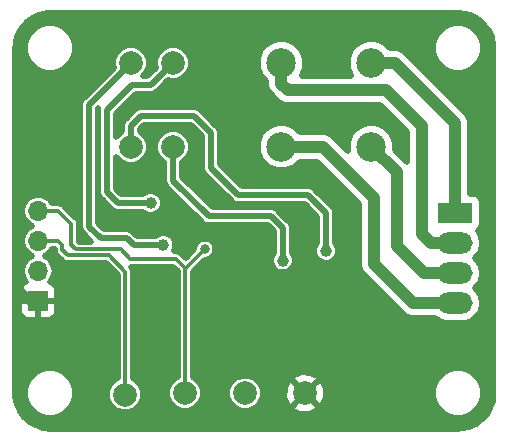
<source format=gbr>
G04 #@! TF.GenerationSoftware,KiCad,Pcbnew,5.0.0-fee4fd1~66~ubuntu18.04.1*
G04 #@! TF.CreationDate,2018-10-10T23:42:05+08:00*
G04 #@! TF.ProjectId,Solid State Relay Kit,536F6C69642053746174652052656C61,rev?*
G04 #@! TF.SameCoordinates,Original*
G04 #@! TF.FileFunction,Copper,L2,Bot,Signal*
G04 #@! TF.FilePolarity,Positive*
%FSLAX46Y46*%
G04 Gerber Fmt 4.6, Leading zero omitted, Abs format (unit mm)*
G04 Created by KiCad (PCBNEW 5.0.0-fee4fd1~66~ubuntu18.04.1) date Wed Oct 10 23:42:05 2018*
%MOMM*%
%LPD*%
G01*
G04 APERTURE LIST*
G04 #@! TA.AperFunction,ComponentPad*
%ADD10C,2.000000*%
G04 #@! TD*
G04 #@! TA.AperFunction,ComponentPad*
%ADD11O,3.000000X1.800000*%
G04 #@! TD*
G04 #@! TA.AperFunction,ComponentPad*
%ADD12R,3.000000X1.800000*%
G04 #@! TD*
G04 #@! TA.AperFunction,ComponentPad*
%ADD13R,1.700000X1.700000*%
G04 #@! TD*
G04 #@! TA.AperFunction,ComponentPad*
%ADD14O,1.700000X1.700000*%
G04 #@! TD*
G04 #@! TA.AperFunction,ComponentPad*
%ADD15C,2.500000*%
G04 #@! TD*
G04 #@! TA.AperFunction,ViaPad*
%ADD16C,1.000000*%
G04 #@! TD*
G04 #@! TA.AperFunction,ViaPad*
%ADD17C,0.800000*%
G04 #@! TD*
G04 #@! TA.AperFunction,Conductor*
%ADD18C,0.750000*%
G04 #@! TD*
G04 #@! TA.AperFunction,Conductor*
%ADD19C,0.300000*%
G04 #@! TD*
G04 #@! TA.AperFunction,Conductor*
%ADD20C,0.500000*%
G04 #@! TD*
G04 #@! TA.AperFunction,Conductor*
%ADD21C,1.000000*%
G04 #@! TD*
G04 APERTURE END LIST*
D10*
G04 #@! TO.P,SSR1,1*
G04 #@! TO.N,/SSR_CONTROL1*
X39370000Y-50897801D03*
G04 #@! TD*
G04 #@! TO.P,SSR2,1*
G04 #@! TO.N,/SSR_CONTROL2*
X44450000Y-50800000D03*
G04 #@! TD*
G04 #@! TO.P,5V1,1*
G04 #@! TO.N,+5V*
X49530000Y-50800000D03*
G04 #@! TD*
G04 #@! TO.P,GND1,1*
G04 #@! TO.N,GND*
X54610000Y-50800000D03*
G04 #@! TD*
D11*
G04 #@! TO.P,J2,4*
G04 #@! TO.N,/SSR2_OUT1*
X67310000Y-43180000D03*
D12*
G04 #@! TO.P,J2,1*
G04 #@! TO.N,/SSR1_OUT2*
X67310000Y-35560000D03*
D11*
G04 #@! TO.P,J2,2*
G04 #@! TO.N,/SSR1_OUT1*
X67310000Y-38100000D03*
G04 #@! TO.P,J2,3*
G04 #@! TO.N,/SSR2_OUT2*
X67310000Y-40640000D03*
G04 #@! TD*
D13*
G04 #@! TO.P,J1,1*
G04 #@! TO.N,GND*
X32004000Y-42962400D03*
D14*
G04 #@! TO.P,J1,2*
G04 #@! TO.N,+5V*
X32004000Y-40422400D03*
G04 #@! TO.P,J1,3*
G04 #@! TO.N,/SSR_CONTROL1*
X32004000Y-37882400D03*
G04 #@! TO.P,J1,4*
G04 #@! TO.N,/SSR_CONTROL2*
X32004000Y-35342400D03*
G04 #@! TD*
D10*
G04 #@! TO.P,U2,3*
G04 #@! TO.N,/SSR2_IN2*
X43428000Y-29928000D03*
D15*
G04 #@! TO.P,U2,1*
G04 #@! TO.N,/SSR2_OUT2*
X60198000Y-29928000D03*
D10*
G04 #@! TO.P,U2,4*
G04 #@! TO.N,/SSR2_IN1*
X39878000Y-29928000D03*
D15*
G04 #@! TO.P,U2,2*
G04 #@! TO.N,/SSR2_OUT1*
X52578000Y-29928000D03*
G04 #@! TD*
G04 #@! TO.P,U1,2*
G04 #@! TO.N,/SSR1_OUT1*
X52578000Y-22816000D03*
D10*
G04 #@! TO.P,U1,4*
G04 #@! TO.N,/SSR1_IN1*
X39878000Y-22816000D03*
D15*
G04 #@! TO.P,U1,1*
G04 #@! TO.N,/SSR1_OUT2*
X60198000Y-22816000D03*
D10*
G04 #@! TO.P,U1,3*
G04 #@! TO.N,/SSR1_IN2*
X43428000Y-22816000D03*
G04 #@! TD*
D16*
G04 #@! TO.N,GND*
X40894000Y-48260000D03*
X34861500Y-33083500D03*
X45974000Y-40792400D03*
X40741600Y-43637200D03*
D17*
G04 #@! TO.N,/SSR_CONTROL2*
X46101000Y-38608000D03*
D16*
G04 #@! TO.N,/SSR2_IN2*
X52705000Y-39560500D03*
G04 #@! TO.N,/SSR2_IN1*
X56388000Y-38735000D03*
G04 #@! TO.N,/SSR1_IN1*
X42608500Y-38252400D03*
G04 #@! TO.N,/SSR1_IN2*
X41529000Y-34671000D03*
G04 #@! TD*
D18*
G04 #@! TO.N,GND*
X32004000Y-42962400D02*
X31278400Y-42962400D01*
X31278400Y-42962400D02*
X30226000Y-41910000D01*
X31242000Y-33020000D02*
X30226000Y-34036000D01*
X30226000Y-41910000D02*
X30226000Y-34036000D01*
X35052000Y-33020000D02*
X31242000Y-33020000D01*
D19*
G04 #@! TO.N,/SSR_CONTROL2*
X44450000Y-47244000D02*
X44450000Y-50800000D01*
X44450000Y-40259000D02*
X46101000Y-38608000D01*
X44450000Y-41186100D02*
X44450000Y-40259000D01*
X44450000Y-41186100D02*
X44450000Y-47244000D01*
X33691400Y-35342400D02*
X32004000Y-35342400D01*
X34798000Y-36449000D02*
X33691400Y-35342400D01*
X44450000Y-41186100D02*
X44450000Y-40195500D01*
X34798000Y-38227000D02*
X34798000Y-36449000D01*
X44450000Y-40195500D02*
X43662600Y-39408100D01*
X39814500Y-39408100D02*
X39014400Y-38608000D01*
X43662600Y-39408100D02*
X39814500Y-39408100D01*
X35179000Y-38608000D02*
X34798000Y-38227000D01*
X39014400Y-38608000D02*
X35179000Y-38608000D01*
G04 #@! TO.N,/SSR_CONTROL1*
X34036000Y-38658800D02*
X34036000Y-38227000D01*
X34493200Y-39116000D02*
X34036000Y-38658800D01*
X34036000Y-38227000D02*
X33691400Y-37882400D01*
X37973000Y-39116000D02*
X37490400Y-39116000D01*
X39370000Y-50897801D02*
X39370000Y-40513000D01*
X33691400Y-37882400D02*
X32004000Y-37882400D01*
X39370000Y-40513000D02*
X37973000Y-39116000D01*
X37490400Y-39116000D02*
X34493200Y-39116000D01*
D20*
G04 #@! TO.N,/SSR2_IN2*
X46449390Y-35814000D02*
X51752500Y-35814000D01*
X51752500Y-35814000D02*
X52705000Y-36766500D01*
X43428000Y-29928000D02*
X43428000Y-32792610D01*
X52705000Y-36766500D02*
X52705000Y-39560500D01*
X43428000Y-32792610D02*
X46449390Y-35814000D01*
D21*
G04 #@! TO.N,/SSR2_OUT1*
X60452000Y-39878000D02*
X63754000Y-43180000D01*
X63754000Y-43180000D02*
X67310000Y-43180000D01*
X60452000Y-34290000D02*
X60452000Y-39878000D01*
X56090000Y-29928000D02*
X60452000Y-34290000D01*
X52578000Y-29928000D02*
X56090000Y-29928000D01*
D20*
G04 #@! TO.N,/SSR2_IN1*
X54864000Y-34036000D02*
X56388000Y-35560000D01*
X48958500Y-34036000D02*
X54864000Y-34036000D01*
X39878000Y-28130500D02*
X40684000Y-27324500D01*
X39878000Y-29928000D02*
X39878000Y-28130500D01*
X40684000Y-27324500D02*
X45212000Y-27324500D01*
X56388000Y-35560000D02*
X56388000Y-38735000D01*
X45212000Y-27324500D02*
X46609000Y-28721500D01*
X46609000Y-28721500D02*
X46609000Y-31686500D01*
X46609000Y-31686500D02*
X48958500Y-34036000D01*
D21*
G04 #@! TO.N,/SSR2_OUT2*
X62357000Y-38354000D02*
X64643000Y-40640000D01*
X64643000Y-40640000D02*
X67310000Y-40640000D01*
X62357000Y-32087000D02*
X62357000Y-38354000D01*
X60198000Y-29928000D02*
X62357000Y-32087000D01*
G04 #@! TO.N,/SSR1_OUT1*
X64516000Y-37338000D02*
X65278000Y-38100000D01*
X65278000Y-38100000D02*
X67310000Y-38100000D01*
X64516000Y-28194000D02*
X64516000Y-37338000D01*
X61468000Y-25146000D02*
X64516000Y-28194000D01*
X53140234Y-25146000D02*
X61468000Y-25146000D01*
X52578000Y-22816000D02*
X52578000Y-24583766D01*
X52578000Y-24583766D02*
X53140234Y-25146000D01*
D20*
G04 #@! TO.N,/SSR1_IN1*
X40071246Y-38252400D02*
X42608500Y-38252400D01*
X36322000Y-26372000D02*
X36322000Y-36711925D01*
X36322000Y-36711925D02*
X37287200Y-37677125D01*
X39878000Y-22816000D02*
X36322000Y-26372000D01*
X39495971Y-37677125D02*
X40071246Y-38252400D01*
X37287200Y-37677125D02*
X39495971Y-37677125D01*
D21*
G04 #@! TO.N,/SSR1_OUT2*
X67310000Y-27940000D02*
X67310000Y-35560000D01*
X62186000Y-22816000D02*
X67310000Y-27940000D01*
X60198000Y-22816000D02*
X62186000Y-22816000D01*
D20*
G04 #@! TO.N,/SSR1_IN2*
X41555200Y-24688800D02*
X43428000Y-22816000D01*
X39954200Y-24688800D02*
X41555200Y-24688800D01*
X37846000Y-26797000D02*
X39954200Y-24688800D01*
X37846000Y-33782000D02*
X37846000Y-26797000D01*
X41529000Y-34671000D02*
X38735000Y-34671000D01*
X38735000Y-34671000D02*
X37846000Y-33782000D01*
G04 #@! TD*
G04 #@! TO.N,GND*
G36*
X68182288Y-18681174D02*
X68773559Y-18873289D01*
X69311962Y-19184137D01*
X69773970Y-19600130D01*
X70139395Y-20103095D01*
X70392263Y-20671046D01*
X70524698Y-21294100D01*
X70541000Y-21605171D01*
X70541001Y-50769649D01*
X70472826Y-51418288D01*
X70280711Y-52009560D01*
X69969864Y-52547960D01*
X69553869Y-53009970D01*
X69050905Y-53375395D01*
X68482954Y-53628263D01*
X67859900Y-53760698D01*
X67548829Y-53777000D01*
X33050341Y-53777000D01*
X32401712Y-53708826D01*
X31810440Y-53516711D01*
X31272040Y-53205864D01*
X30810030Y-52789869D01*
X30444605Y-52286905D01*
X30191737Y-51718954D01*
X30059302Y-51095900D01*
X30043000Y-50784829D01*
X30043000Y-50381488D01*
X30916000Y-50381488D01*
X30916000Y-51218512D01*
X31236315Y-51991820D01*
X31828180Y-52583685D01*
X32601488Y-52904000D01*
X33438512Y-52904000D01*
X34211820Y-52583685D01*
X34803685Y-51991820D01*
X35124000Y-51218512D01*
X35124000Y-50381488D01*
X34803685Y-49608180D01*
X34211820Y-49016315D01*
X33438512Y-48696000D01*
X32601488Y-48696000D01*
X31828180Y-49016315D01*
X31236315Y-49608180D01*
X30916000Y-50381488D01*
X30043000Y-50381488D01*
X30043000Y-43155900D01*
X30396000Y-43155900D01*
X30396000Y-43963175D01*
X30511398Y-44241772D01*
X30724627Y-44455001D01*
X31003224Y-44570400D01*
X31810500Y-44570400D01*
X32000000Y-44380900D01*
X32000000Y-42966400D01*
X32008000Y-42966400D01*
X32008000Y-44380900D01*
X32197500Y-44570400D01*
X33004776Y-44570400D01*
X33283373Y-44455001D01*
X33496602Y-44241772D01*
X33612000Y-43963175D01*
X33612000Y-43155900D01*
X33422500Y-42966400D01*
X32008000Y-42966400D01*
X32000000Y-42966400D01*
X30585500Y-42966400D01*
X30396000Y-43155900D01*
X30043000Y-43155900D01*
X30043000Y-41961625D01*
X30396000Y-41961625D01*
X30396000Y-42768900D01*
X30585500Y-42958400D01*
X32000000Y-42958400D01*
X32000000Y-42938400D01*
X32008000Y-42938400D01*
X32008000Y-42958400D01*
X33422500Y-42958400D01*
X33612000Y-42768900D01*
X33612000Y-41961625D01*
X33496602Y-41683028D01*
X33283373Y-41469799D01*
X33008631Y-41355997D01*
X33279440Y-40950704D01*
X33384526Y-40422400D01*
X33279440Y-39894096D01*
X32980179Y-39446221D01*
X32540446Y-39152400D01*
X32980179Y-38858579D01*
X33195452Y-38536400D01*
X33382000Y-38536400D01*
X33382000Y-38594394D01*
X33369189Y-38658800D01*
X33382000Y-38723206D01*
X33382000Y-38723209D01*
X33419946Y-38913977D01*
X33564493Y-39130307D01*
X33619098Y-39166793D01*
X33985209Y-39532904D01*
X34021693Y-39587507D01*
X34076295Y-39623991D01*
X34076296Y-39623992D01*
X34135090Y-39663277D01*
X34238022Y-39732054D01*
X34428790Y-39770000D01*
X34428794Y-39770000D01*
X34493199Y-39782811D01*
X34557604Y-39770000D01*
X37702105Y-39770000D01*
X38716001Y-40783897D01*
X38716000Y-49540778D01*
X38518052Y-49622771D01*
X38094970Y-50045853D01*
X37866000Y-50598637D01*
X37866000Y-51196965D01*
X38094970Y-51749749D01*
X38518052Y-52172831D01*
X39070836Y-52401801D01*
X39669164Y-52401801D01*
X40221948Y-52172831D01*
X40645030Y-51749749D01*
X40874000Y-51196965D01*
X40874000Y-50598637D01*
X40645030Y-50045853D01*
X40221948Y-49622771D01*
X40024000Y-49540778D01*
X40024000Y-40577404D01*
X40036811Y-40512999D01*
X40024000Y-40448594D01*
X40024000Y-40448590D01*
X39986054Y-40257822D01*
X39928810Y-40172150D01*
X39877992Y-40096096D01*
X39877991Y-40096095D01*
X39858048Y-40066249D01*
X39878904Y-40062100D01*
X43391705Y-40062100D01*
X43796001Y-40466396D01*
X43796000Y-41121690D01*
X43796000Y-41121691D01*
X43796001Y-47179586D01*
X43796000Y-47179591D01*
X43796001Y-49442977D01*
X43598052Y-49524970D01*
X43174970Y-49948052D01*
X42946000Y-50500836D01*
X42946000Y-51099164D01*
X43174970Y-51651948D01*
X43598052Y-52075030D01*
X44150836Y-52304000D01*
X44749164Y-52304000D01*
X45301948Y-52075030D01*
X45725030Y-51651948D01*
X45954000Y-51099164D01*
X45954000Y-50500836D01*
X48026000Y-50500836D01*
X48026000Y-51099164D01*
X48254970Y-51651948D01*
X48678052Y-52075030D01*
X49230836Y-52304000D01*
X49829164Y-52304000D01*
X50381948Y-52075030D01*
X50520703Y-51936275D01*
X53479382Y-51936275D01*
X53559669Y-52252463D01*
X54195454Y-52543845D01*
X54894350Y-52569743D01*
X55549956Y-52326213D01*
X55660331Y-52252463D01*
X55740618Y-51936275D01*
X54610000Y-50805657D01*
X53479382Y-51936275D01*
X50520703Y-51936275D01*
X50805030Y-51651948D01*
X51034000Y-51099164D01*
X51034000Y-51084350D01*
X52840257Y-51084350D01*
X53083787Y-51739956D01*
X53157537Y-51850331D01*
X53473725Y-51930618D01*
X54604343Y-50800000D01*
X54615657Y-50800000D01*
X55746275Y-51930618D01*
X56062463Y-51850331D01*
X56353845Y-51214546D01*
X56379743Y-50515650D01*
X56329908Y-50381488D01*
X65460000Y-50381488D01*
X65460000Y-51218512D01*
X65780315Y-51991820D01*
X66372180Y-52583685D01*
X67145488Y-52904000D01*
X67982512Y-52904000D01*
X68755820Y-52583685D01*
X69347685Y-51991820D01*
X69668000Y-51218512D01*
X69668000Y-50381488D01*
X69347685Y-49608180D01*
X68755820Y-49016315D01*
X67982512Y-48696000D01*
X67145488Y-48696000D01*
X66372180Y-49016315D01*
X65780315Y-49608180D01*
X65460000Y-50381488D01*
X56329908Y-50381488D01*
X56136213Y-49860044D01*
X56062463Y-49749669D01*
X55746275Y-49669382D01*
X54615657Y-50800000D01*
X54604343Y-50800000D01*
X53473725Y-49669382D01*
X53157537Y-49749669D01*
X52866155Y-50385454D01*
X52840257Y-51084350D01*
X51034000Y-51084350D01*
X51034000Y-50500836D01*
X50805030Y-49948052D01*
X50520703Y-49663725D01*
X53479382Y-49663725D01*
X54610000Y-50794343D01*
X55740618Y-49663725D01*
X55660331Y-49347537D01*
X55024546Y-49056155D01*
X54325650Y-49030257D01*
X53670044Y-49273787D01*
X53559669Y-49347537D01*
X53479382Y-49663725D01*
X50520703Y-49663725D01*
X50381948Y-49524970D01*
X49829164Y-49296000D01*
X49230836Y-49296000D01*
X48678052Y-49524970D01*
X48254970Y-49948052D01*
X48026000Y-50500836D01*
X45954000Y-50500836D01*
X45725030Y-49948052D01*
X45301948Y-49524970D01*
X45104000Y-49442977D01*
X45104000Y-40529895D01*
X46121895Y-39512000D01*
X46280817Y-39512000D01*
X46613075Y-39374374D01*
X46867374Y-39120075D01*
X47005000Y-38787817D01*
X47005000Y-38428183D01*
X46867374Y-38095925D01*
X46613075Y-37841626D01*
X46280817Y-37704000D01*
X45921183Y-37704000D01*
X45588925Y-37841626D01*
X45334626Y-38095925D01*
X45197000Y-38428183D01*
X45197000Y-38587105D01*
X44481750Y-39302355D01*
X44170593Y-38991198D01*
X44134107Y-38936593D01*
X43917778Y-38792046D01*
X43727010Y-38754100D01*
X43727006Y-38754100D01*
X43662600Y-38741289D01*
X43598194Y-38754100D01*
X43487411Y-38754100D01*
X43612500Y-38452108D01*
X43612500Y-38052692D01*
X43459650Y-37683679D01*
X43177221Y-37401250D01*
X42808208Y-37248400D01*
X42408792Y-37248400D01*
X42039779Y-37401250D01*
X41942629Y-37498400D01*
X40383563Y-37498400D01*
X40081640Y-37196478D01*
X40039574Y-37133522D01*
X39790167Y-36966873D01*
X39570230Y-36923125D01*
X39570225Y-36923125D01*
X39495971Y-36908355D01*
X39421717Y-36923125D01*
X37599517Y-36923125D01*
X37076000Y-36399609D01*
X37076000Y-26684316D01*
X37105515Y-26654801D01*
X37077230Y-26797000D01*
X37092001Y-26871259D01*
X37092000Y-33707746D01*
X37077230Y-33782000D01*
X37092000Y-33856254D01*
X37092000Y-33856258D01*
X37135748Y-34076195D01*
X37302397Y-34325603D01*
X37365353Y-34367669D01*
X38149333Y-35151650D01*
X38191397Y-35214603D01*
X38440804Y-35381252D01*
X38660741Y-35425000D01*
X38660745Y-35425000D01*
X38735000Y-35439770D01*
X38809255Y-35425000D01*
X40863129Y-35425000D01*
X40960279Y-35522150D01*
X41329292Y-35675000D01*
X41728708Y-35675000D01*
X42097721Y-35522150D01*
X42380150Y-35239721D01*
X42533000Y-34870708D01*
X42533000Y-34471292D01*
X42380150Y-34102279D01*
X42097721Y-33819850D01*
X41728708Y-33667000D01*
X41329292Y-33667000D01*
X40960279Y-33819850D01*
X40863129Y-33917000D01*
X39047317Y-33917000D01*
X38600000Y-33469684D01*
X38600000Y-30772778D01*
X38602970Y-30779948D01*
X39026052Y-31203030D01*
X39578836Y-31432000D01*
X40177164Y-31432000D01*
X40729948Y-31203030D01*
X41153030Y-30779948D01*
X41382000Y-30227164D01*
X41382000Y-29628836D01*
X41924000Y-29628836D01*
X41924000Y-30227164D01*
X42152970Y-30779948D01*
X42576052Y-31203030D01*
X42674000Y-31243601D01*
X42674001Y-32718351D01*
X42659230Y-32792610D01*
X42674001Y-32866869D01*
X42717749Y-33086806D01*
X42884398Y-33336213D01*
X42947351Y-33378277D01*
X45863722Y-36294649D01*
X45905787Y-36357603D01*
X46155194Y-36524252D01*
X46375131Y-36568000D01*
X46375135Y-36568000D01*
X46449390Y-36582770D01*
X46523645Y-36568000D01*
X51440184Y-36568000D01*
X51951000Y-37078817D01*
X51951001Y-38894628D01*
X51853850Y-38991779D01*
X51701000Y-39360792D01*
X51701000Y-39760208D01*
X51853850Y-40129221D01*
X52136279Y-40411650D01*
X52505292Y-40564500D01*
X52904708Y-40564500D01*
X53273721Y-40411650D01*
X53556150Y-40129221D01*
X53709000Y-39760208D01*
X53709000Y-39360792D01*
X53556150Y-38991779D01*
X53459000Y-38894629D01*
X53459000Y-36840753D01*
X53473770Y-36766499D01*
X53459000Y-36692245D01*
X53459000Y-36692241D01*
X53415252Y-36472304D01*
X53248603Y-36222897D01*
X53185650Y-36180833D01*
X52338169Y-35333353D01*
X52296103Y-35270397D01*
X52046696Y-35103748D01*
X51826759Y-35060000D01*
X51826754Y-35060000D01*
X51752500Y-35045230D01*
X51678246Y-35060000D01*
X46761707Y-35060000D01*
X44182000Y-32480294D01*
X44182000Y-31243601D01*
X44279948Y-31203030D01*
X44703030Y-30779948D01*
X44932000Y-30227164D01*
X44932000Y-29628836D01*
X44703030Y-29076052D01*
X44279948Y-28652970D01*
X43727164Y-28424000D01*
X43128836Y-28424000D01*
X42576052Y-28652970D01*
X42152970Y-29076052D01*
X41924000Y-29628836D01*
X41382000Y-29628836D01*
X41153030Y-29076052D01*
X40729948Y-28652970D01*
X40632000Y-28612399D01*
X40632000Y-28442816D01*
X40996317Y-28078500D01*
X44899684Y-28078500D01*
X45855000Y-29033817D01*
X45855001Y-31612241D01*
X45840230Y-31686500D01*
X45898749Y-31980696D01*
X45969779Y-32086999D01*
X46065398Y-32230103D01*
X46128351Y-32272167D01*
X48372832Y-34516649D01*
X48414897Y-34579603D01*
X48664304Y-34746252D01*
X48884241Y-34790000D01*
X48884245Y-34790000D01*
X48958500Y-34804770D01*
X49032755Y-34790000D01*
X54551684Y-34790000D01*
X55634000Y-35872317D01*
X55634001Y-38069128D01*
X55536850Y-38166279D01*
X55384000Y-38535292D01*
X55384000Y-38934708D01*
X55536850Y-39303721D01*
X55819279Y-39586150D01*
X56188292Y-39739000D01*
X56587708Y-39739000D01*
X56956721Y-39586150D01*
X57239150Y-39303721D01*
X57392000Y-38934708D01*
X57392000Y-38535292D01*
X57239150Y-38166279D01*
X57142000Y-38069129D01*
X57142000Y-35634253D01*
X57156770Y-35559999D01*
X57142000Y-35485745D01*
X57142000Y-35485741D01*
X57098252Y-35265804D01*
X56931603Y-35016397D01*
X56868650Y-34974333D01*
X55449669Y-33555353D01*
X55407603Y-33492397D01*
X55158196Y-33325748D01*
X54938259Y-33282000D01*
X54938254Y-33282000D01*
X54864000Y-33267230D01*
X54789746Y-33282000D01*
X49270817Y-33282000D01*
X47363000Y-31374184D01*
X47363000Y-28795753D01*
X47377770Y-28721499D01*
X47363000Y-28647245D01*
X47363000Y-28647241D01*
X47319252Y-28427304D01*
X47152603Y-28177897D01*
X47089650Y-28135833D01*
X45797669Y-26843853D01*
X45755603Y-26780897D01*
X45506196Y-26614248D01*
X45286259Y-26570500D01*
X45286254Y-26570500D01*
X45212000Y-26555730D01*
X45137746Y-26570500D01*
X40758253Y-26570500D01*
X40683999Y-26555730D01*
X40609745Y-26570500D01*
X40609741Y-26570500D01*
X40389804Y-26614248D01*
X40140397Y-26780897D01*
X40098333Y-26843850D01*
X39397351Y-27544833D01*
X39334398Y-27586897D01*
X39292334Y-27649850D01*
X39292333Y-27649851D01*
X39167749Y-27836304D01*
X39109230Y-28130500D01*
X39124001Y-28204759D01*
X39124001Y-28612398D01*
X39026052Y-28652970D01*
X38602970Y-29076052D01*
X38600000Y-29083222D01*
X38600000Y-27109316D01*
X40266517Y-25442800D01*
X41480946Y-25442800D01*
X41555200Y-25457570D01*
X41629454Y-25442800D01*
X41629459Y-25442800D01*
X41849396Y-25399052D01*
X42098803Y-25232403D01*
X42140869Y-25169447D01*
X43030888Y-24279429D01*
X43128836Y-24320000D01*
X43727164Y-24320000D01*
X44279948Y-24091030D01*
X44703030Y-23667948D01*
X44932000Y-23115164D01*
X44932000Y-22516836D01*
X44891134Y-22418175D01*
X50578000Y-22418175D01*
X50578000Y-23213825D01*
X50882482Y-23948909D01*
X51328000Y-24394427D01*
X51328000Y-24460662D01*
X51303513Y-24583766D01*
X51328000Y-24706870D01*
X51328000Y-24706875D01*
X51400528Y-25071491D01*
X51676802Y-25484965D01*
X51781168Y-25554700D01*
X52169298Y-25942830D01*
X52239035Y-26047199D01*
X52652509Y-26323473D01*
X53017125Y-26396000D01*
X53017130Y-26396000D01*
X53140234Y-26420487D01*
X53263338Y-26396000D01*
X60950234Y-26396000D01*
X63266000Y-28711767D01*
X63266000Y-31197477D01*
X63258199Y-31185801D01*
X63153833Y-31116066D01*
X62198000Y-30160233D01*
X62198000Y-29530175D01*
X61893518Y-28795091D01*
X61330909Y-28232482D01*
X60595825Y-27928000D01*
X59800175Y-27928000D01*
X59065091Y-28232482D01*
X58502482Y-28795091D01*
X58198000Y-29530175D01*
X58198000Y-30268234D01*
X57060936Y-29131170D01*
X56991199Y-29026801D01*
X56577725Y-28750527D01*
X56213109Y-28678000D01*
X56213104Y-28678000D01*
X56090000Y-28653513D01*
X55966896Y-28678000D01*
X54156427Y-28678000D01*
X53710909Y-28232482D01*
X52975825Y-27928000D01*
X52180175Y-27928000D01*
X51445091Y-28232482D01*
X50882482Y-28795091D01*
X50578000Y-29530175D01*
X50578000Y-30325825D01*
X50882482Y-31060909D01*
X51445091Y-31623518D01*
X52180175Y-31928000D01*
X52975825Y-31928000D01*
X53710909Y-31623518D01*
X54156427Y-31178000D01*
X55572234Y-31178000D01*
X59202000Y-34807766D01*
X59202001Y-39754891D01*
X59177513Y-39878000D01*
X59274528Y-40365725D01*
X59457792Y-40639999D01*
X59550802Y-40779199D01*
X59655168Y-40848934D01*
X62783066Y-43976833D01*
X62852801Y-44081199D01*
X63266275Y-44357473D01*
X63630891Y-44430000D01*
X63630895Y-44430000D01*
X63753999Y-44454487D01*
X63877103Y-44430000D01*
X65610837Y-44430000D01*
X66066202Y-44734266D01*
X66547491Y-44830000D01*
X68072509Y-44830000D01*
X68553798Y-44734266D01*
X69099583Y-44369583D01*
X69464266Y-43823798D01*
X69592325Y-43180000D01*
X69464266Y-42536202D01*
X69099583Y-41990417D01*
X68979231Y-41910000D01*
X69099583Y-41829583D01*
X69464266Y-41283798D01*
X69592325Y-40640000D01*
X69464266Y-39996202D01*
X69099583Y-39450417D01*
X68979231Y-39370000D01*
X69099583Y-39289583D01*
X69464266Y-38743798D01*
X69592325Y-38100000D01*
X69464266Y-37456202D01*
X69218813Y-37088857D01*
X69350720Y-37000720D01*
X69516484Y-36752635D01*
X69574693Y-36460000D01*
X69574693Y-34660000D01*
X69516484Y-34367365D01*
X69350720Y-34119280D01*
X69102635Y-33953516D01*
X68810000Y-33895307D01*
X68560000Y-33895307D01*
X68560000Y-28063103D01*
X68584487Y-27939999D01*
X68560000Y-27816895D01*
X68560000Y-27816891D01*
X68487473Y-27452275D01*
X68211199Y-27038801D01*
X68106833Y-26969066D01*
X63156936Y-22019170D01*
X63087199Y-21914801D01*
X62673725Y-21638527D01*
X62309109Y-21566000D01*
X62309104Y-21566000D01*
X62186000Y-21541513D01*
X62062896Y-21566000D01*
X61776427Y-21566000D01*
X61381915Y-21171488D01*
X65460000Y-21171488D01*
X65460000Y-22008512D01*
X65780315Y-22781820D01*
X66372180Y-23373685D01*
X67145488Y-23694000D01*
X67982512Y-23694000D01*
X68755820Y-23373685D01*
X69347685Y-22781820D01*
X69668000Y-22008512D01*
X69668000Y-21171488D01*
X69347685Y-20398180D01*
X68755820Y-19806315D01*
X67982512Y-19486000D01*
X67145488Y-19486000D01*
X66372180Y-19806315D01*
X65780315Y-20398180D01*
X65460000Y-21171488D01*
X61381915Y-21171488D01*
X61330909Y-21120482D01*
X60595825Y-20816000D01*
X59800175Y-20816000D01*
X59065091Y-21120482D01*
X58502482Y-21683091D01*
X58198000Y-22418175D01*
X58198000Y-23213825D01*
X58480566Y-23896000D01*
X54295434Y-23896000D01*
X54578000Y-23213825D01*
X54578000Y-22418175D01*
X54273518Y-21683091D01*
X53710909Y-21120482D01*
X52975825Y-20816000D01*
X52180175Y-20816000D01*
X51445091Y-21120482D01*
X50882482Y-21683091D01*
X50578000Y-22418175D01*
X44891134Y-22418175D01*
X44703030Y-21964052D01*
X44279948Y-21540970D01*
X43727164Y-21312000D01*
X43128836Y-21312000D01*
X42576052Y-21540970D01*
X42152970Y-21964052D01*
X41924000Y-22516836D01*
X41924000Y-23115164D01*
X41964571Y-23213112D01*
X41242884Y-23934800D01*
X40886178Y-23934800D01*
X41153030Y-23667948D01*
X41382000Y-23115164D01*
X41382000Y-22516836D01*
X41153030Y-21964052D01*
X40729948Y-21540970D01*
X40177164Y-21312000D01*
X39578836Y-21312000D01*
X39026052Y-21540970D01*
X38602970Y-21964052D01*
X38374000Y-22516836D01*
X38374000Y-23115164D01*
X38414571Y-23213112D01*
X35841353Y-25786331D01*
X35778397Y-25828397D01*
X35611748Y-26077805D01*
X35568000Y-26297742D01*
X35568000Y-26297746D01*
X35553230Y-26372000D01*
X35568000Y-26446254D01*
X35568001Y-36637666D01*
X35553230Y-36711925D01*
X35611749Y-37006121D01*
X35725612Y-37176528D01*
X35778398Y-37255528D01*
X35841351Y-37297592D01*
X36497758Y-37954000D01*
X35452000Y-37954000D01*
X35452000Y-36513407D01*
X35464811Y-36449000D01*
X35452000Y-36384593D01*
X35452000Y-36384590D01*
X35414054Y-36193822D01*
X35269507Y-35977493D01*
X35214902Y-35941007D01*
X34199393Y-34925498D01*
X34162907Y-34870893D01*
X33946578Y-34726346D01*
X33755810Y-34688400D01*
X33755806Y-34688400D01*
X33691400Y-34675589D01*
X33626994Y-34688400D01*
X33195452Y-34688400D01*
X32980179Y-34366221D01*
X32532304Y-34066960D01*
X32137355Y-33988400D01*
X31870645Y-33988400D01*
X31475696Y-34066960D01*
X31027821Y-34366221D01*
X30728560Y-34814096D01*
X30623474Y-35342400D01*
X30728560Y-35870704D01*
X31027821Y-36318579D01*
X31467554Y-36612400D01*
X31027821Y-36906221D01*
X30728560Y-37354096D01*
X30623474Y-37882400D01*
X30728560Y-38410704D01*
X31027821Y-38858579D01*
X31467554Y-39152400D01*
X31027821Y-39446221D01*
X30728560Y-39894096D01*
X30623474Y-40422400D01*
X30728560Y-40950704D01*
X30999369Y-41355997D01*
X30724627Y-41469799D01*
X30511398Y-41683028D01*
X30396000Y-41961625D01*
X30043000Y-41961625D01*
X30043000Y-21620342D01*
X30090176Y-21171488D01*
X30916000Y-21171488D01*
X30916000Y-22008512D01*
X31236315Y-22781820D01*
X31828180Y-23373685D01*
X32601488Y-23694000D01*
X33438512Y-23694000D01*
X34211820Y-23373685D01*
X34803685Y-22781820D01*
X35124000Y-22008512D01*
X35124000Y-21171488D01*
X34803685Y-20398180D01*
X34211820Y-19806315D01*
X33438512Y-19486000D01*
X32601488Y-19486000D01*
X31828180Y-19806315D01*
X31236315Y-20398180D01*
X30916000Y-21171488D01*
X30090176Y-21171488D01*
X30111174Y-20971712D01*
X30303289Y-20380441D01*
X30614137Y-19842038D01*
X31030130Y-19380030D01*
X31533095Y-19014605D01*
X32101046Y-18761737D01*
X32724100Y-18629302D01*
X33035171Y-18613000D01*
X67533658Y-18613000D01*
X68182288Y-18681174D01*
X68182288Y-18681174D01*
G37*
X68182288Y-18681174D02*
X68773559Y-18873289D01*
X69311962Y-19184137D01*
X69773970Y-19600130D01*
X70139395Y-20103095D01*
X70392263Y-20671046D01*
X70524698Y-21294100D01*
X70541000Y-21605171D01*
X70541001Y-50769649D01*
X70472826Y-51418288D01*
X70280711Y-52009560D01*
X69969864Y-52547960D01*
X69553869Y-53009970D01*
X69050905Y-53375395D01*
X68482954Y-53628263D01*
X67859900Y-53760698D01*
X67548829Y-53777000D01*
X33050341Y-53777000D01*
X32401712Y-53708826D01*
X31810440Y-53516711D01*
X31272040Y-53205864D01*
X30810030Y-52789869D01*
X30444605Y-52286905D01*
X30191737Y-51718954D01*
X30059302Y-51095900D01*
X30043000Y-50784829D01*
X30043000Y-50381488D01*
X30916000Y-50381488D01*
X30916000Y-51218512D01*
X31236315Y-51991820D01*
X31828180Y-52583685D01*
X32601488Y-52904000D01*
X33438512Y-52904000D01*
X34211820Y-52583685D01*
X34803685Y-51991820D01*
X35124000Y-51218512D01*
X35124000Y-50381488D01*
X34803685Y-49608180D01*
X34211820Y-49016315D01*
X33438512Y-48696000D01*
X32601488Y-48696000D01*
X31828180Y-49016315D01*
X31236315Y-49608180D01*
X30916000Y-50381488D01*
X30043000Y-50381488D01*
X30043000Y-43155900D01*
X30396000Y-43155900D01*
X30396000Y-43963175D01*
X30511398Y-44241772D01*
X30724627Y-44455001D01*
X31003224Y-44570400D01*
X31810500Y-44570400D01*
X32000000Y-44380900D01*
X32000000Y-42966400D01*
X32008000Y-42966400D01*
X32008000Y-44380900D01*
X32197500Y-44570400D01*
X33004776Y-44570400D01*
X33283373Y-44455001D01*
X33496602Y-44241772D01*
X33612000Y-43963175D01*
X33612000Y-43155900D01*
X33422500Y-42966400D01*
X32008000Y-42966400D01*
X32000000Y-42966400D01*
X30585500Y-42966400D01*
X30396000Y-43155900D01*
X30043000Y-43155900D01*
X30043000Y-41961625D01*
X30396000Y-41961625D01*
X30396000Y-42768900D01*
X30585500Y-42958400D01*
X32000000Y-42958400D01*
X32000000Y-42938400D01*
X32008000Y-42938400D01*
X32008000Y-42958400D01*
X33422500Y-42958400D01*
X33612000Y-42768900D01*
X33612000Y-41961625D01*
X33496602Y-41683028D01*
X33283373Y-41469799D01*
X33008631Y-41355997D01*
X33279440Y-40950704D01*
X33384526Y-40422400D01*
X33279440Y-39894096D01*
X32980179Y-39446221D01*
X32540446Y-39152400D01*
X32980179Y-38858579D01*
X33195452Y-38536400D01*
X33382000Y-38536400D01*
X33382000Y-38594394D01*
X33369189Y-38658800D01*
X33382000Y-38723206D01*
X33382000Y-38723209D01*
X33419946Y-38913977D01*
X33564493Y-39130307D01*
X33619098Y-39166793D01*
X33985209Y-39532904D01*
X34021693Y-39587507D01*
X34076295Y-39623991D01*
X34076296Y-39623992D01*
X34135090Y-39663277D01*
X34238022Y-39732054D01*
X34428790Y-39770000D01*
X34428794Y-39770000D01*
X34493199Y-39782811D01*
X34557604Y-39770000D01*
X37702105Y-39770000D01*
X38716001Y-40783897D01*
X38716000Y-49540778D01*
X38518052Y-49622771D01*
X38094970Y-50045853D01*
X37866000Y-50598637D01*
X37866000Y-51196965D01*
X38094970Y-51749749D01*
X38518052Y-52172831D01*
X39070836Y-52401801D01*
X39669164Y-52401801D01*
X40221948Y-52172831D01*
X40645030Y-51749749D01*
X40874000Y-51196965D01*
X40874000Y-50598637D01*
X40645030Y-50045853D01*
X40221948Y-49622771D01*
X40024000Y-49540778D01*
X40024000Y-40577404D01*
X40036811Y-40512999D01*
X40024000Y-40448594D01*
X40024000Y-40448590D01*
X39986054Y-40257822D01*
X39928810Y-40172150D01*
X39877992Y-40096096D01*
X39877991Y-40096095D01*
X39858048Y-40066249D01*
X39878904Y-40062100D01*
X43391705Y-40062100D01*
X43796001Y-40466396D01*
X43796000Y-41121690D01*
X43796000Y-41121691D01*
X43796001Y-47179586D01*
X43796000Y-47179591D01*
X43796001Y-49442977D01*
X43598052Y-49524970D01*
X43174970Y-49948052D01*
X42946000Y-50500836D01*
X42946000Y-51099164D01*
X43174970Y-51651948D01*
X43598052Y-52075030D01*
X44150836Y-52304000D01*
X44749164Y-52304000D01*
X45301948Y-52075030D01*
X45725030Y-51651948D01*
X45954000Y-51099164D01*
X45954000Y-50500836D01*
X48026000Y-50500836D01*
X48026000Y-51099164D01*
X48254970Y-51651948D01*
X48678052Y-52075030D01*
X49230836Y-52304000D01*
X49829164Y-52304000D01*
X50381948Y-52075030D01*
X50520703Y-51936275D01*
X53479382Y-51936275D01*
X53559669Y-52252463D01*
X54195454Y-52543845D01*
X54894350Y-52569743D01*
X55549956Y-52326213D01*
X55660331Y-52252463D01*
X55740618Y-51936275D01*
X54610000Y-50805657D01*
X53479382Y-51936275D01*
X50520703Y-51936275D01*
X50805030Y-51651948D01*
X51034000Y-51099164D01*
X51034000Y-51084350D01*
X52840257Y-51084350D01*
X53083787Y-51739956D01*
X53157537Y-51850331D01*
X53473725Y-51930618D01*
X54604343Y-50800000D01*
X54615657Y-50800000D01*
X55746275Y-51930618D01*
X56062463Y-51850331D01*
X56353845Y-51214546D01*
X56379743Y-50515650D01*
X56329908Y-50381488D01*
X65460000Y-50381488D01*
X65460000Y-51218512D01*
X65780315Y-51991820D01*
X66372180Y-52583685D01*
X67145488Y-52904000D01*
X67982512Y-52904000D01*
X68755820Y-52583685D01*
X69347685Y-51991820D01*
X69668000Y-51218512D01*
X69668000Y-50381488D01*
X69347685Y-49608180D01*
X68755820Y-49016315D01*
X67982512Y-48696000D01*
X67145488Y-48696000D01*
X66372180Y-49016315D01*
X65780315Y-49608180D01*
X65460000Y-50381488D01*
X56329908Y-50381488D01*
X56136213Y-49860044D01*
X56062463Y-49749669D01*
X55746275Y-49669382D01*
X54615657Y-50800000D01*
X54604343Y-50800000D01*
X53473725Y-49669382D01*
X53157537Y-49749669D01*
X52866155Y-50385454D01*
X52840257Y-51084350D01*
X51034000Y-51084350D01*
X51034000Y-50500836D01*
X50805030Y-49948052D01*
X50520703Y-49663725D01*
X53479382Y-49663725D01*
X54610000Y-50794343D01*
X55740618Y-49663725D01*
X55660331Y-49347537D01*
X55024546Y-49056155D01*
X54325650Y-49030257D01*
X53670044Y-49273787D01*
X53559669Y-49347537D01*
X53479382Y-49663725D01*
X50520703Y-49663725D01*
X50381948Y-49524970D01*
X49829164Y-49296000D01*
X49230836Y-49296000D01*
X48678052Y-49524970D01*
X48254970Y-49948052D01*
X48026000Y-50500836D01*
X45954000Y-50500836D01*
X45725030Y-49948052D01*
X45301948Y-49524970D01*
X45104000Y-49442977D01*
X45104000Y-40529895D01*
X46121895Y-39512000D01*
X46280817Y-39512000D01*
X46613075Y-39374374D01*
X46867374Y-39120075D01*
X47005000Y-38787817D01*
X47005000Y-38428183D01*
X46867374Y-38095925D01*
X46613075Y-37841626D01*
X46280817Y-37704000D01*
X45921183Y-37704000D01*
X45588925Y-37841626D01*
X45334626Y-38095925D01*
X45197000Y-38428183D01*
X45197000Y-38587105D01*
X44481750Y-39302355D01*
X44170593Y-38991198D01*
X44134107Y-38936593D01*
X43917778Y-38792046D01*
X43727010Y-38754100D01*
X43727006Y-38754100D01*
X43662600Y-38741289D01*
X43598194Y-38754100D01*
X43487411Y-38754100D01*
X43612500Y-38452108D01*
X43612500Y-38052692D01*
X43459650Y-37683679D01*
X43177221Y-37401250D01*
X42808208Y-37248400D01*
X42408792Y-37248400D01*
X42039779Y-37401250D01*
X41942629Y-37498400D01*
X40383563Y-37498400D01*
X40081640Y-37196478D01*
X40039574Y-37133522D01*
X39790167Y-36966873D01*
X39570230Y-36923125D01*
X39570225Y-36923125D01*
X39495971Y-36908355D01*
X39421717Y-36923125D01*
X37599517Y-36923125D01*
X37076000Y-36399609D01*
X37076000Y-26684316D01*
X37105515Y-26654801D01*
X37077230Y-26797000D01*
X37092001Y-26871259D01*
X37092000Y-33707746D01*
X37077230Y-33782000D01*
X37092000Y-33856254D01*
X37092000Y-33856258D01*
X37135748Y-34076195D01*
X37302397Y-34325603D01*
X37365353Y-34367669D01*
X38149333Y-35151650D01*
X38191397Y-35214603D01*
X38440804Y-35381252D01*
X38660741Y-35425000D01*
X38660745Y-35425000D01*
X38735000Y-35439770D01*
X38809255Y-35425000D01*
X40863129Y-35425000D01*
X40960279Y-35522150D01*
X41329292Y-35675000D01*
X41728708Y-35675000D01*
X42097721Y-35522150D01*
X42380150Y-35239721D01*
X42533000Y-34870708D01*
X42533000Y-34471292D01*
X42380150Y-34102279D01*
X42097721Y-33819850D01*
X41728708Y-33667000D01*
X41329292Y-33667000D01*
X40960279Y-33819850D01*
X40863129Y-33917000D01*
X39047317Y-33917000D01*
X38600000Y-33469684D01*
X38600000Y-30772778D01*
X38602970Y-30779948D01*
X39026052Y-31203030D01*
X39578836Y-31432000D01*
X40177164Y-31432000D01*
X40729948Y-31203030D01*
X41153030Y-30779948D01*
X41382000Y-30227164D01*
X41382000Y-29628836D01*
X41924000Y-29628836D01*
X41924000Y-30227164D01*
X42152970Y-30779948D01*
X42576052Y-31203030D01*
X42674000Y-31243601D01*
X42674001Y-32718351D01*
X42659230Y-32792610D01*
X42674001Y-32866869D01*
X42717749Y-33086806D01*
X42884398Y-33336213D01*
X42947351Y-33378277D01*
X45863722Y-36294649D01*
X45905787Y-36357603D01*
X46155194Y-36524252D01*
X46375131Y-36568000D01*
X46375135Y-36568000D01*
X46449390Y-36582770D01*
X46523645Y-36568000D01*
X51440184Y-36568000D01*
X51951000Y-37078817D01*
X51951001Y-38894628D01*
X51853850Y-38991779D01*
X51701000Y-39360792D01*
X51701000Y-39760208D01*
X51853850Y-40129221D01*
X52136279Y-40411650D01*
X52505292Y-40564500D01*
X52904708Y-40564500D01*
X53273721Y-40411650D01*
X53556150Y-40129221D01*
X53709000Y-39760208D01*
X53709000Y-39360792D01*
X53556150Y-38991779D01*
X53459000Y-38894629D01*
X53459000Y-36840753D01*
X53473770Y-36766499D01*
X53459000Y-36692245D01*
X53459000Y-36692241D01*
X53415252Y-36472304D01*
X53248603Y-36222897D01*
X53185650Y-36180833D01*
X52338169Y-35333353D01*
X52296103Y-35270397D01*
X52046696Y-35103748D01*
X51826759Y-35060000D01*
X51826754Y-35060000D01*
X51752500Y-35045230D01*
X51678246Y-35060000D01*
X46761707Y-35060000D01*
X44182000Y-32480294D01*
X44182000Y-31243601D01*
X44279948Y-31203030D01*
X44703030Y-30779948D01*
X44932000Y-30227164D01*
X44932000Y-29628836D01*
X44703030Y-29076052D01*
X44279948Y-28652970D01*
X43727164Y-28424000D01*
X43128836Y-28424000D01*
X42576052Y-28652970D01*
X42152970Y-29076052D01*
X41924000Y-29628836D01*
X41382000Y-29628836D01*
X41153030Y-29076052D01*
X40729948Y-28652970D01*
X40632000Y-28612399D01*
X40632000Y-28442816D01*
X40996317Y-28078500D01*
X44899684Y-28078500D01*
X45855000Y-29033817D01*
X45855001Y-31612241D01*
X45840230Y-31686500D01*
X45898749Y-31980696D01*
X45969779Y-32086999D01*
X46065398Y-32230103D01*
X46128351Y-32272167D01*
X48372832Y-34516649D01*
X48414897Y-34579603D01*
X48664304Y-34746252D01*
X48884241Y-34790000D01*
X48884245Y-34790000D01*
X48958500Y-34804770D01*
X49032755Y-34790000D01*
X54551684Y-34790000D01*
X55634000Y-35872317D01*
X55634001Y-38069128D01*
X55536850Y-38166279D01*
X55384000Y-38535292D01*
X55384000Y-38934708D01*
X55536850Y-39303721D01*
X55819279Y-39586150D01*
X56188292Y-39739000D01*
X56587708Y-39739000D01*
X56956721Y-39586150D01*
X57239150Y-39303721D01*
X57392000Y-38934708D01*
X57392000Y-38535292D01*
X57239150Y-38166279D01*
X57142000Y-38069129D01*
X57142000Y-35634253D01*
X57156770Y-35559999D01*
X57142000Y-35485745D01*
X57142000Y-35485741D01*
X57098252Y-35265804D01*
X56931603Y-35016397D01*
X56868650Y-34974333D01*
X55449669Y-33555353D01*
X55407603Y-33492397D01*
X55158196Y-33325748D01*
X54938259Y-33282000D01*
X54938254Y-33282000D01*
X54864000Y-33267230D01*
X54789746Y-33282000D01*
X49270817Y-33282000D01*
X47363000Y-31374184D01*
X47363000Y-28795753D01*
X47377770Y-28721499D01*
X47363000Y-28647245D01*
X47363000Y-28647241D01*
X47319252Y-28427304D01*
X47152603Y-28177897D01*
X47089650Y-28135833D01*
X45797669Y-26843853D01*
X45755603Y-26780897D01*
X45506196Y-26614248D01*
X45286259Y-26570500D01*
X45286254Y-26570500D01*
X45212000Y-26555730D01*
X45137746Y-26570500D01*
X40758253Y-26570500D01*
X40683999Y-26555730D01*
X40609745Y-26570500D01*
X40609741Y-26570500D01*
X40389804Y-26614248D01*
X40140397Y-26780897D01*
X40098333Y-26843850D01*
X39397351Y-27544833D01*
X39334398Y-27586897D01*
X39292334Y-27649850D01*
X39292333Y-27649851D01*
X39167749Y-27836304D01*
X39109230Y-28130500D01*
X39124001Y-28204759D01*
X39124001Y-28612398D01*
X39026052Y-28652970D01*
X38602970Y-29076052D01*
X38600000Y-29083222D01*
X38600000Y-27109316D01*
X40266517Y-25442800D01*
X41480946Y-25442800D01*
X41555200Y-25457570D01*
X41629454Y-25442800D01*
X41629459Y-25442800D01*
X41849396Y-25399052D01*
X42098803Y-25232403D01*
X42140869Y-25169447D01*
X43030888Y-24279429D01*
X43128836Y-24320000D01*
X43727164Y-24320000D01*
X44279948Y-24091030D01*
X44703030Y-23667948D01*
X44932000Y-23115164D01*
X44932000Y-22516836D01*
X44891134Y-22418175D01*
X50578000Y-22418175D01*
X50578000Y-23213825D01*
X50882482Y-23948909D01*
X51328000Y-24394427D01*
X51328000Y-24460662D01*
X51303513Y-24583766D01*
X51328000Y-24706870D01*
X51328000Y-24706875D01*
X51400528Y-25071491D01*
X51676802Y-25484965D01*
X51781168Y-25554700D01*
X52169298Y-25942830D01*
X52239035Y-26047199D01*
X52652509Y-26323473D01*
X53017125Y-26396000D01*
X53017130Y-26396000D01*
X53140234Y-26420487D01*
X53263338Y-26396000D01*
X60950234Y-26396000D01*
X63266000Y-28711767D01*
X63266000Y-31197477D01*
X63258199Y-31185801D01*
X63153833Y-31116066D01*
X62198000Y-30160233D01*
X62198000Y-29530175D01*
X61893518Y-28795091D01*
X61330909Y-28232482D01*
X60595825Y-27928000D01*
X59800175Y-27928000D01*
X59065091Y-28232482D01*
X58502482Y-28795091D01*
X58198000Y-29530175D01*
X58198000Y-30268234D01*
X57060936Y-29131170D01*
X56991199Y-29026801D01*
X56577725Y-28750527D01*
X56213109Y-28678000D01*
X56213104Y-28678000D01*
X56090000Y-28653513D01*
X55966896Y-28678000D01*
X54156427Y-28678000D01*
X53710909Y-28232482D01*
X52975825Y-27928000D01*
X52180175Y-27928000D01*
X51445091Y-28232482D01*
X50882482Y-28795091D01*
X50578000Y-29530175D01*
X50578000Y-30325825D01*
X50882482Y-31060909D01*
X51445091Y-31623518D01*
X52180175Y-31928000D01*
X52975825Y-31928000D01*
X53710909Y-31623518D01*
X54156427Y-31178000D01*
X55572234Y-31178000D01*
X59202000Y-34807766D01*
X59202001Y-39754891D01*
X59177513Y-39878000D01*
X59274528Y-40365725D01*
X59457792Y-40639999D01*
X59550802Y-40779199D01*
X59655168Y-40848934D01*
X62783066Y-43976833D01*
X62852801Y-44081199D01*
X63266275Y-44357473D01*
X63630891Y-44430000D01*
X63630895Y-44430000D01*
X63753999Y-44454487D01*
X63877103Y-44430000D01*
X65610837Y-44430000D01*
X66066202Y-44734266D01*
X66547491Y-44830000D01*
X68072509Y-44830000D01*
X68553798Y-44734266D01*
X69099583Y-44369583D01*
X69464266Y-43823798D01*
X69592325Y-43180000D01*
X69464266Y-42536202D01*
X69099583Y-41990417D01*
X68979231Y-41910000D01*
X69099583Y-41829583D01*
X69464266Y-41283798D01*
X69592325Y-40640000D01*
X69464266Y-39996202D01*
X69099583Y-39450417D01*
X68979231Y-39370000D01*
X69099583Y-39289583D01*
X69464266Y-38743798D01*
X69592325Y-38100000D01*
X69464266Y-37456202D01*
X69218813Y-37088857D01*
X69350720Y-37000720D01*
X69516484Y-36752635D01*
X69574693Y-36460000D01*
X69574693Y-34660000D01*
X69516484Y-34367365D01*
X69350720Y-34119280D01*
X69102635Y-33953516D01*
X68810000Y-33895307D01*
X68560000Y-33895307D01*
X68560000Y-28063103D01*
X68584487Y-27939999D01*
X68560000Y-27816895D01*
X68560000Y-27816891D01*
X68487473Y-27452275D01*
X68211199Y-27038801D01*
X68106833Y-26969066D01*
X63156936Y-22019170D01*
X63087199Y-21914801D01*
X62673725Y-21638527D01*
X62309109Y-21566000D01*
X62309104Y-21566000D01*
X62186000Y-21541513D01*
X62062896Y-21566000D01*
X61776427Y-21566000D01*
X61381915Y-21171488D01*
X65460000Y-21171488D01*
X65460000Y-22008512D01*
X65780315Y-22781820D01*
X66372180Y-23373685D01*
X67145488Y-23694000D01*
X67982512Y-23694000D01*
X68755820Y-23373685D01*
X69347685Y-22781820D01*
X69668000Y-22008512D01*
X69668000Y-21171488D01*
X69347685Y-20398180D01*
X68755820Y-19806315D01*
X67982512Y-19486000D01*
X67145488Y-19486000D01*
X66372180Y-19806315D01*
X65780315Y-20398180D01*
X65460000Y-21171488D01*
X61381915Y-21171488D01*
X61330909Y-21120482D01*
X60595825Y-20816000D01*
X59800175Y-20816000D01*
X59065091Y-21120482D01*
X58502482Y-21683091D01*
X58198000Y-22418175D01*
X58198000Y-23213825D01*
X58480566Y-23896000D01*
X54295434Y-23896000D01*
X54578000Y-23213825D01*
X54578000Y-22418175D01*
X54273518Y-21683091D01*
X53710909Y-21120482D01*
X52975825Y-20816000D01*
X52180175Y-20816000D01*
X51445091Y-21120482D01*
X50882482Y-21683091D01*
X50578000Y-22418175D01*
X44891134Y-22418175D01*
X44703030Y-21964052D01*
X44279948Y-21540970D01*
X43727164Y-21312000D01*
X43128836Y-21312000D01*
X42576052Y-21540970D01*
X42152970Y-21964052D01*
X41924000Y-22516836D01*
X41924000Y-23115164D01*
X41964571Y-23213112D01*
X41242884Y-23934800D01*
X40886178Y-23934800D01*
X41153030Y-23667948D01*
X41382000Y-23115164D01*
X41382000Y-22516836D01*
X41153030Y-21964052D01*
X40729948Y-21540970D01*
X40177164Y-21312000D01*
X39578836Y-21312000D01*
X39026052Y-21540970D01*
X38602970Y-21964052D01*
X38374000Y-22516836D01*
X38374000Y-23115164D01*
X38414571Y-23213112D01*
X35841353Y-25786331D01*
X35778397Y-25828397D01*
X35611748Y-26077805D01*
X35568000Y-26297742D01*
X35568000Y-26297746D01*
X35553230Y-26372000D01*
X35568000Y-26446254D01*
X35568001Y-36637666D01*
X35553230Y-36711925D01*
X35611749Y-37006121D01*
X35725612Y-37176528D01*
X35778398Y-37255528D01*
X35841351Y-37297592D01*
X36497758Y-37954000D01*
X35452000Y-37954000D01*
X35452000Y-36513407D01*
X35464811Y-36449000D01*
X35452000Y-36384593D01*
X35452000Y-36384590D01*
X35414054Y-36193822D01*
X35269507Y-35977493D01*
X35214902Y-35941007D01*
X34199393Y-34925498D01*
X34162907Y-34870893D01*
X33946578Y-34726346D01*
X33755810Y-34688400D01*
X33755806Y-34688400D01*
X33691400Y-34675589D01*
X33626994Y-34688400D01*
X33195452Y-34688400D01*
X32980179Y-34366221D01*
X32532304Y-34066960D01*
X32137355Y-33988400D01*
X31870645Y-33988400D01*
X31475696Y-34066960D01*
X31027821Y-34366221D01*
X30728560Y-34814096D01*
X30623474Y-35342400D01*
X30728560Y-35870704D01*
X31027821Y-36318579D01*
X31467554Y-36612400D01*
X31027821Y-36906221D01*
X30728560Y-37354096D01*
X30623474Y-37882400D01*
X30728560Y-38410704D01*
X31027821Y-38858579D01*
X31467554Y-39152400D01*
X31027821Y-39446221D01*
X30728560Y-39894096D01*
X30623474Y-40422400D01*
X30728560Y-40950704D01*
X30999369Y-41355997D01*
X30724627Y-41469799D01*
X30511398Y-41683028D01*
X30396000Y-41961625D01*
X30043000Y-41961625D01*
X30043000Y-21620342D01*
X30090176Y-21171488D01*
X30916000Y-21171488D01*
X30916000Y-22008512D01*
X31236315Y-22781820D01*
X31828180Y-23373685D01*
X32601488Y-23694000D01*
X33438512Y-23694000D01*
X34211820Y-23373685D01*
X34803685Y-22781820D01*
X35124000Y-22008512D01*
X35124000Y-21171488D01*
X34803685Y-20398180D01*
X34211820Y-19806315D01*
X33438512Y-19486000D01*
X32601488Y-19486000D01*
X31828180Y-19806315D01*
X31236315Y-20398180D01*
X30916000Y-21171488D01*
X30090176Y-21171488D01*
X30111174Y-20971712D01*
X30303289Y-20380441D01*
X30614137Y-19842038D01*
X31030130Y-19380030D01*
X31533095Y-19014605D01*
X32101046Y-18761737D01*
X32724100Y-18629302D01*
X33035171Y-18613000D01*
X67533658Y-18613000D01*
X68182288Y-18681174D01*
G04 #@! TD*
M02*

</source>
